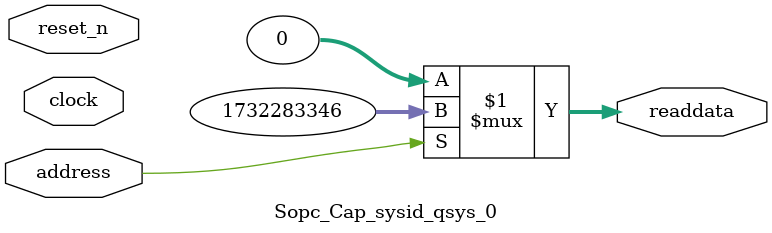
<source format=v>



// synthesis translate_off
`timescale 1ns / 1ps
// synthesis translate_on

// turn off superfluous verilog processor warnings 
// altera message_level Level1 
// altera message_off 10034 10035 10036 10037 10230 10240 10030 

module Sopc_Cap_sysid_qsys_0 (
               // inputs:
                address,
                clock,
                reset_n,

               // outputs:
                readdata
             )
;

  output  [ 31: 0] readdata;
  input            address;
  input            clock;
  input            reset_n;

  wire    [ 31: 0] readdata;
  //control_slave, which is an e_avalon_slave
  assign readdata = address ? 1732283346 : 0;

endmodule



</source>
